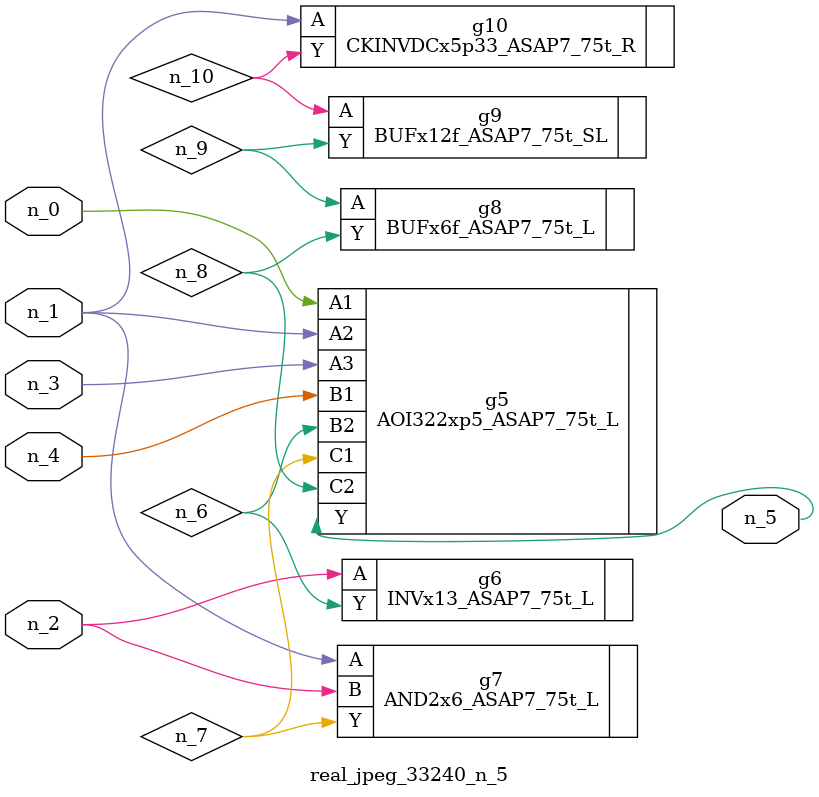
<source format=v>
module real_jpeg_33240_n_5 (n_4, n_0, n_1, n_2, n_3, n_5);

input n_4;
input n_0;
input n_1;
input n_2;
input n_3;

output n_5;

wire n_8;
wire n_6;
wire n_7;
wire n_10;
wire n_9;

AOI322xp5_ASAP7_75t_L g5 ( 
.A1(n_0),
.A2(n_1),
.A3(n_3),
.B1(n_4),
.B2(n_6),
.C1(n_7),
.C2(n_8),
.Y(n_5)
);

AND2x6_ASAP7_75t_L g7 ( 
.A(n_1),
.B(n_2),
.Y(n_7)
);

CKINVDCx5p33_ASAP7_75t_R g10 ( 
.A(n_1),
.Y(n_10)
);

INVx13_ASAP7_75t_L g6 ( 
.A(n_2),
.Y(n_6)
);

BUFx6f_ASAP7_75t_L g8 ( 
.A(n_9),
.Y(n_8)
);

BUFx12f_ASAP7_75t_SL g9 ( 
.A(n_10),
.Y(n_9)
);


endmodule
</source>
